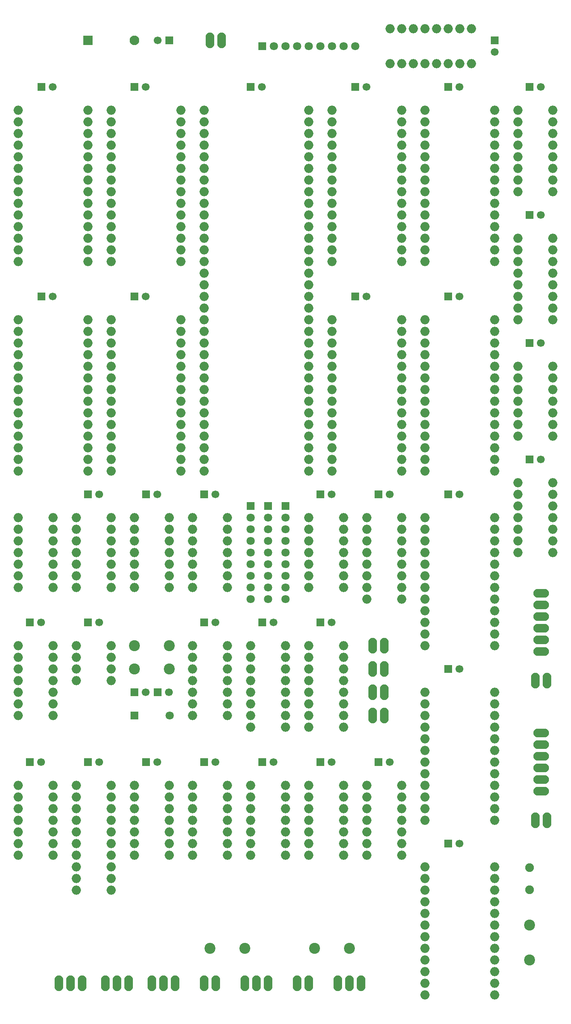
<source format=gbr>
G04 #@! TF.FileFunction,Soldermask,Top*
%FSLAX46Y46*%
G04 Gerber Fmt 4.6, Leading zero omitted, Abs format (unit mm)*
G04 Created by KiCad (PCBNEW 4.0.2+dfsg1-stable) date Fri 10 Feb 2017 07:07:25 PM EST*
%MOMM*%
G01*
G04 APERTURE LIST*
%ADD10C,0.100000*%
%ADD11R,1.700000X1.700000*%
%ADD12C,1.700000*%
%ADD13R,1.800000X1.800000*%
%ADD14C,1.800000*%
%ADD15O,1.906220X3.414980*%
%ADD16C,2.099260*%
%ADD17R,2.099260X2.099260*%
%ADD18O,3.414980X1.906220*%
%ADD19C,2.398980*%
%ADD20R,1.797000X1.797000*%
%ADD21C,1.797000*%
%ADD22O,2.000000X2.000000*%
%ADD23C,1.901140*%
G04 APERTURE END LIST*
D10*
D11*
X53340000Y-165100000D03*
D12*
X55840000Y-165100000D03*
D11*
X58420000Y-165100000D03*
D12*
X60920000Y-165100000D03*
D13*
X53340000Y-170180000D03*
D14*
X61090000Y-170180000D03*
D11*
X60960000Y-22860000D03*
D12*
X58460000Y-22860000D03*
D11*
X33020000Y-33020000D03*
D12*
X35520000Y-33020000D03*
D11*
X53340000Y-33020000D03*
D12*
X55840000Y-33020000D03*
D11*
X78740000Y-33020000D03*
D12*
X81240000Y-33020000D03*
D11*
X101600000Y-33020000D03*
D12*
X104100000Y-33020000D03*
D11*
X121920000Y-33020000D03*
D12*
X124420000Y-33020000D03*
D11*
X132080000Y-22860000D03*
D12*
X132080000Y-25360000D03*
D11*
X33020000Y-78740000D03*
D12*
X35520000Y-78740000D03*
D11*
X53340000Y-78740000D03*
D12*
X55840000Y-78740000D03*
D11*
X101600000Y-78740000D03*
D12*
X104100000Y-78740000D03*
D11*
X121920000Y-78740000D03*
D12*
X124420000Y-78740000D03*
D11*
X121920000Y-121920000D03*
D12*
X124420000Y-121920000D03*
D11*
X139700000Y-33020000D03*
D12*
X142200000Y-33020000D03*
D11*
X139700000Y-60960000D03*
D12*
X142200000Y-60960000D03*
D11*
X43180000Y-121920000D03*
D12*
X45680000Y-121920000D03*
D11*
X55880000Y-121920000D03*
D12*
X58380000Y-121920000D03*
D11*
X68580000Y-121920000D03*
D12*
X71080000Y-121920000D03*
D11*
X139700000Y-88900000D03*
D12*
X142200000Y-88900000D03*
D11*
X139700000Y-114300000D03*
D12*
X142200000Y-114300000D03*
D11*
X93980000Y-121920000D03*
D12*
X96480000Y-121920000D03*
D11*
X106680000Y-121920000D03*
D12*
X109180000Y-121920000D03*
D11*
X30480000Y-149860000D03*
D12*
X32980000Y-149860000D03*
D11*
X43180000Y-149860000D03*
D12*
X45680000Y-149860000D03*
D11*
X93980000Y-149860000D03*
D12*
X96480000Y-149860000D03*
D11*
X68580000Y-149860000D03*
D12*
X71080000Y-149860000D03*
D11*
X81280000Y-149860000D03*
D12*
X83780000Y-149860000D03*
D11*
X121920000Y-160020000D03*
D12*
X124420000Y-160020000D03*
D11*
X30480000Y-180340000D03*
D12*
X32980000Y-180340000D03*
D11*
X43180000Y-180340000D03*
D12*
X45680000Y-180340000D03*
D11*
X55880000Y-180340000D03*
D12*
X58380000Y-180340000D03*
D11*
X68580000Y-180340000D03*
D12*
X71080000Y-180340000D03*
D11*
X81280000Y-180340000D03*
D12*
X83780000Y-180340000D03*
D11*
X93980000Y-180340000D03*
D12*
X96480000Y-180340000D03*
D11*
X106680000Y-180340000D03*
D12*
X109180000Y-180340000D03*
D11*
X121920000Y-198120000D03*
D12*
X124420000Y-198120000D03*
D15*
X68580000Y-228600000D03*
X71120000Y-228600000D03*
X88900000Y-228600000D03*
X91440000Y-228600000D03*
D16*
X53340520Y-22857460D03*
D17*
X43180520Y-22857460D03*
D18*
X142240000Y-143510000D03*
X142240000Y-146050000D03*
X142240000Y-148590000D03*
X142240000Y-151130000D03*
X142240000Y-153670000D03*
X142240000Y-156210000D03*
X142240000Y-173990000D03*
X142240000Y-176530000D03*
X142240000Y-179070000D03*
X142240000Y-181610000D03*
X142240000Y-184150000D03*
X142240000Y-186690000D03*
D15*
X69850000Y-22860000D03*
X72390000Y-22860000D03*
D19*
X60960000Y-154940000D03*
X53340000Y-154940000D03*
X53340000Y-160020000D03*
X60960000Y-160020000D03*
X69850000Y-220980000D03*
X77470000Y-220980000D03*
X139700000Y-223520000D03*
X139700000Y-215900000D03*
X92710000Y-220980000D03*
X100330000Y-220980000D03*
D20*
X81280000Y-24130000D03*
D21*
X83820000Y-24130000D03*
X86360000Y-24130000D03*
X88900000Y-24130000D03*
X91440000Y-24130000D03*
X93980000Y-24130000D03*
X96520000Y-24130000D03*
X99060000Y-24130000D03*
X101600000Y-24130000D03*
D20*
X86360000Y-124460000D03*
D21*
X86360000Y-127000000D03*
X86360000Y-129540000D03*
X86360000Y-132080000D03*
X86360000Y-134620000D03*
X86360000Y-137160000D03*
X86360000Y-139700000D03*
X86360000Y-142240000D03*
X86360000Y-144780000D03*
D20*
X82550000Y-124460000D03*
D21*
X82550000Y-127000000D03*
X82550000Y-129540000D03*
X82550000Y-132080000D03*
X82550000Y-134620000D03*
X82550000Y-137160000D03*
X82550000Y-139700000D03*
X82550000Y-142240000D03*
X82550000Y-144780000D03*
D20*
X78740000Y-124460000D03*
D21*
X78740000Y-127000000D03*
X78740000Y-129540000D03*
X78740000Y-132080000D03*
X78740000Y-134620000D03*
X78740000Y-137160000D03*
X78740000Y-139700000D03*
X78740000Y-142240000D03*
X78740000Y-144780000D03*
D15*
X57150000Y-228600000D03*
X59690000Y-228600000D03*
X62230000Y-228600000D03*
X46990000Y-228600000D03*
X49530000Y-228600000D03*
X52070000Y-228600000D03*
X36830000Y-228600000D03*
X39370000Y-228600000D03*
X41910000Y-228600000D03*
X97790000Y-228600000D03*
X100330000Y-228600000D03*
X102870000Y-228600000D03*
X77470000Y-228600000D03*
X80010000Y-228600000D03*
X82550000Y-228600000D03*
D22*
X40640000Y-154940000D03*
X40640000Y-157480000D03*
X40640000Y-160020000D03*
X40640000Y-162560000D03*
X48260000Y-162560000D03*
X48260000Y-160020000D03*
X48260000Y-157480000D03*
X48260000Y-154940000D03*
X27940000Y-127000000D03*
X27940000Y-129540000D03*
X27940000Y-132080000D03*
X27940000Y-134620000D03*
X27940000Y-137160000D03*
X27940000Y-139700000D03*
X27940000Y-142240000D03*
X35560000Y-142240000D03*
X35560000Y-139700000D03*
X35560000Y-137160000D03*
X35560000Y-134620000D03*
X35560000Y-132080000D03*
X35560000Y-129540000D03*
X35560000Y-127000000D03*
X40640000Y-127000000D03*
X40640000Y-129540000D03*
X40640000Y-132080000D03*
X40640000Y-134620000D03*
X40640000Y-137160000D03*
X40640000Y-139700000D03*
X40640000Y-142240000D03*
X48260000Y-142240000D03*
X48260000Y-139700000D03*
X48260000Y-137160000D03*
X48260000Y-134620000D03*
X48260000Y-132080000D03*
X48260000Y-129540000D03*
X48260000Y-127000000D03*
X27940000Y-185420000D03*
X27940000Y-187960000D03*
X27940000Y-190500000D03*
X27940000Y-193040000D03*
X27940000Y-195580000D03*
X27940000Y-198120000D03*
X27940000Y-200660000D03*
X35560000Y-200660000D03*
X35560000Y-198120000D03*
X35560000Y-195580000D03*
X35560000Y-193040000D03*
X35560000Y-190500000D03*
X35560000Y-187960000D03*
X35560000Y-185420000D03*
X27940000Y-154940000D03*
X27940000Y-157480000D03*
X27940000Y-160020000D03*
X27940000Y-162560000D03*
X27940000Y-165100000D03*
X27940000Y-167640000D03*
X27940000Y-170180000D03*
X35560000Y-170180000D03*
X35560000Y-167640000D03*
X35560000Y-165100000D03*
X35560000Y-162560000D03*
X35560000Y-160020000D03*
X35560000Y-157480000D03*
X35560000Y-154940000D03*
X53340000Y-127000000D03*
X53340000Y-129540000D03*
X53340000Y-132080000D03*
X53340000Y-134620000D03*
X53340000Y-137160000D03*
X53340000Y-139700000D03*
X53340000Y-142240000D03*
X60960000Y-142240000D03*
X60960000Y-139700000D03*
X60960000Y-137160000D03*
X60960000Y-134620000D03*
X60960000Y-132080000D03*
X60960000Y-129540000D03*
X60960000Y-127000000D03*
X66040000Y-154940000D03*
X66040000Y-157480000D03*
X66040000Y-160020000D03*
X66040000Y-162560000D03*
X66040000Y-165100000D03*
X66040000Y-167640000D03*
X66040000Y-170180000D03*
X73660000Y-170180000D03*
X73660000Y-167640000D03*
X73660000Y-165100000D03*
X73660000Y-162560000D03*
X73660000Y-160020000D03*
X73660000Y-157480000D03*
X73660000Y-154940000D03*
X53340000Y-185420000D03*
X53340000Y-187960000D03*
X53340000Y-190500000D03*
X53340000Y-193040000D03*
X53340000Y-195580000D03*
X53340000Y-198120000D03*
X53340000Y-200660000D03*
X60960000Y-200660000D03*
X60960000Y-198120000D03*
X60960000Y-195580000D03*
X60960000Y-193040000D03*
X60960000Y-190500000D03*
X60960000Y-187960000D03*
X60960000Y-185420000D03*
X66040000Y-185420000D03*
X66040000Y-187960000D03*
X66040000Y-190500000D03*
X66040000Y-193040000D03*
X66040000Y-195580000D03*
X66040000Y-198120000D03*
X66040000Y-200660000D03*
X73660000Y-200660000D03*
X73660000Y-198120000D03*
X73660000Y-195580000D03*
X73660000Y-193040000D03*
X73660000Y-190500000D03*
X73660000Y-187960000D03*
X73660000Y-185420000D03*
X78740000Y-185420000D03*
X78740000Y-187960000D03*
X78740000Y-190500000D03*
X78740000Y-193040000D03*
X78740000Y-195580000D03*
X78740000Y-198120000D03*
X78740000Y-200660000D03*
X86360000Y-200660000D03*
X86360000Y-198120000D03*
X86360000Y-195580000D03*
X86360000Y-193040000D03*
X86360000Y-190500000D03*
X86360000Y-187960000D03*
X86360000Y-185420000D03*
X91440000Y-185420000D03*
X91440000Y-187960000D03*
X91440000Y-190500000D03*
X91440000Y-193040000D03*
X91440000Y-195580000D03*
X91440000Y-198120000D03*
X91440000Y-200660000D03*
X99060000Y-200660000D03*
X99060000Y-198120000D03*
X99060000Y-195580000D03*
X99060000Y-193040000D03*
X99060000Y-190500000D03*
X99060000Y-187960000D03*
X99060000Y-185420000D03*
X104140000Y-127000000D03*
X104140000Y-129540000D03*
X104140000Y-132080000D03*
X104140000Y-134620000D03*
X104140000Y-137160000D03*
X104140000Y-139700000D03*
X104140000Y-142240000D03*
X104140000Y-144780000D03*
X111760000Y-144780000D03*
X111760000Y-142240000D03*
X111760000Y-139700000D03*
X111760000Y-137160000D03*
X111760000Y-134620000D03*
X111760000Y-132080000D03*
X111760000Y-129540000D03*
X111760000Y-127000000D03*
X91440000Y-154940000D03*
X91440000Y-157480000D03*
X91440000Y-160020000D03*
X91440000Y-162560000D03*
X91440000Y-165100000D03*
X91440000Y-167640000D03*
X91440000Y-170180000D03*
X91440000Y-172720000D03*
X99060000Y-172720000D03*
X99060000Y-170180000D03*
X99060000Y-167640000D03*
X99060000Y-165100000D03*
X99060000Y-162560000D03*
X99060000Y-160020000D03*
X99060000Y-157480000D03*
X99060000Y-154940000D03*
X104140000Y-185420000D03*
X104140000Y-187960000D03*
X104140000Y-190500000D03*
X104140000Y-193040000D03*
X104140000Y-195580000D03*
X104140000Y-198120000D03*
X104140000Y-200660000D03*
X111760000Y-200660000D03*
X111760000Y-198120000D03*
X111760000Y-195580000D03*
X111760000Y-193040000D03*
X111760000Y-190500000D03*
X111760000Y-187960000D03*
X111760000Y-185420000D03*
X91440000Y-127000000D03*
X91440000Y-129540000D03*
X91440000Y-132080000D03*
X91440000Y-134620000D03*
X91440000Y-137160000D03*
X91440000Y-139700000D03*
X91440000Y-142240000D03*
X99060000Y-142240000D03*
X99060000Y-139700000D03*
X99060000Y-137160000D03*
X99060000Y-134620000D03*
X99060000Y-132080000D03*
X99060000Y-129540000D03*
X99060000Y-127000000D03*
X66040000Y-127000000D03*
X66040000Y-129540000D03*
X66040000Y-132080000D03*
X66040000Y-134620000D03*
X66040000Y-137160000D03*
X66040000Y-139700000D03*
X66040000Y-142240000D03*
X73660000Y-142240000D03*
X73660000Y-139700000D03*
X73660000Y-137160000D03*
X73660000Y-134620000D03*
X73660000Y-132080000D03*
X73660000Y-129540000D03*
X73660000Y-127000000D03*
X78740000Y-154940000D03*
X78740000Y-157480000D03*
X78740000Y-160020000D03*
X78740000Y-162560000D03*
X78740000Y-165100000D03*
X78740000Y-167640000D03*
X78740000Y-170180000D03*
X78740000Y-172720000D03*
X86360000Y-172720000D03*
X86360000Y-170180000D03*
X86360000Y-167640000D03*
X86360000Y-165100000D03*
X86360000Y-162560000D03*
X86360000Y-160020000D03*
X86360000Y-157480000D03*
X86360000Y-154940000D03*
X40640000Y-185420000D03*
X40640000Y-187960000D03*
X40640000Y-190500000D03*
X40640000Y-193040000D03*
X40640000Y-195580000D03*
X40640000Y-198120000D03*
X40640000Y-200660000D03*
X40640000Y-203200000D03*
X40640000Y-205740000D03*
X40640000Y-208280000D03*
X48260000Y-208280000D03*
X48260000Y-205740000D03*
X48260000Y-203200000D03*
X48260000Y-200660000D03*
X48260000Y-198120000D03*
X48260000Y-195580000D03*
X48260000Y-193040000D03*
X48260000Y-190500000D03*
X48260000Y-187960000D03*
X48260000Y-185420000D03*
X127000000Y-20320000D03*
X124460000Y-20320000D03*
X121920000Y-20320000D03*
X119380000Y-20320000D03*
X116840000Y-20320000D03*
X114300000Y-20320000D03*
X111760000Y-20320000D03*
X109220000Y-20320000D03*
X109220000Y-27940000D03*
X111760000Y-27940000D03*
X114300000Y-27940000D03*
X116840000Y-27940000D03*
X119380000Y-27940000D03*
X121920000Y-27940000D03*
X124460000Y-27940000D03*
X127000000Y-27940000D03*
X137160000Y-38100000D03*
X137160000Y-40640000D03*
X137160000Y-43180000D03*
X137160000Y-45720000D03*
X137160000Y-48260000D03*
X137160000Y-50800000D03*
X137160000Y-53340000D03*
X137160000Y-55880000D03*
X144780000Y-55880000D03*
X144780000Y-53340000D03*
X144780000Y-50800000D03*
X144780000Y-48260000D03*
X144780000Y-45720000D03*
X144780000Y-43180000D03*
X144780000Y-40640000D03*
X144780000Y-38100000D03*
X137160000Y-66040000D03*
X137160000Y-68580000D03*
X137160000Y-71120000D03*
X137160000Y-73660000D03*
X137160000Y-76200000D03*
X137160000Y-78740000D03*
X137160000Y-81280000D03*
X137160000Y-83820000D03*
X144780000Y-83820000D03*
X144780000Y-81280000D03*
X144780000Y-78740000D03*
X144780000Y-76200000D03*
X144780000Y-73660000D03*
X144780000Y-71120000D03*
X144780000Y-68580000D03*
X144780000Y-66040000D03*
X137160000Y-119380000D03*
X137160000Y-121920000D03*
X137160000Y-124460000D03*
X137160000Y-127000000D03*
X137160000Y-129540000D03*
X137160000Y-132080000D03*
X137160000Y-134620000D03*
X144780000Y-134620000D03*
X144780000Y-132080000D03*
X144780000Y-129540000D03*
X144780000Y-127000000D03*
X144780000Y-124460000D03*
X144780000Y-121920000D03*
X144780000Y-119380000D03*
X137160000Y-93980000D03*
X137160000Y-96520000D03*
X137160000Y-99060000D03*
X137160000Y-101600000D03*
X137160000Y-104140000D03*
X137160000Y-106680000D03*
X137160000Y-109220000D03*
X144780000Y-109220000D03*
X144780000Y-106680000D03*
X144780000Y-104140000D03*
X144780000Y-101600000D03*
X144780000Y-99060000D03*
X144780000Y-96520000D03*
X144780000Y-93980000D03*
D23*
X139700000Y-208180940D03*
X139700000Y-203299060D03*
D22*
X116840000Y-203200000D03*
X116840000Y-205740000D03*
X116840000Y-208280000D03*
X116840000Y-210820000D03*
X116840000Y-213360000D03*
X116840000Y-215900000D03*
X116840000Y-218440000D03*
X116840000Y-220980000D03*
X116840000Y-223520000D03*
X116840000Y-226060000D03*
X116840000Y-228600000D03*
X116840000Y-231140000D03*
X132080000Y-231140000D03*
X132080000Y-228600000D03*
X132080000Y-226060000D03*
X132080000Y-223520000D03*
X132080000Y-220980000D03*
X132080000Y-218440000D03*
X132080000Y-215900000D03*
X132080000Y-213360000D03*
X132080000Y-210820000D03*
X132080000Y-208280000D03*
X132080000Y-205740000D03*
X132080000Y-203200000D03*
X116840000Y-165100000D03*
X116840000Y-167640000D03*
X116840000Y-170180000D03*
X116840000Y-172720000D03*
X116840000Y-175260000D03*
X116840000Y-177800000D03*
X116840000Y-180340000D03*
X116840000Y-182880000D03*
X116840000Y-185420000D03*
X116840000Y-187960000D03*
X116840000Y-190500000D03*
X116840000Y-193040000D03*
X132080000Y-193040000D03*
X132080000Y-190500000D03*
X132080000Y-187960000D03*
X132080000Y-185420000D03*
X132080000Y-182880000D03*
X132080000Y-180340000D03*
X132080000Y-177800000D03*
X132080000Y-175260000D03*
X132080000Y-172720000D03*
X132080000Y-170180000D03*
X132080000Y-167640000D03*
X132080000Y-165100000D03*
X68580000Y-38100000D03*
X68580000Y-40640000D03*
X68580000Y-43180000D03*
X68580000Y-45720000D03*
X68580000Y-48260000D03*
X68580000Y-50800000D03*
X68580000Y-53340000D03*
X68580000Y-55880000D03*
X68580000Y-58420000D03*
X68580000Y-60960000D03*
X68580000Y-63500000D03*
X68580000Y-66040000D03*
X68580000Y-68580000D03*
X68580000Y-71120000D03*
X68580000Y-73660000D03*
X68580000Y-76200000D03*
X68580000Y-78740000D03*
X68580000Y-81280000D03*
X68580000Y-83820000D03*
X68580000Y-86360000D03*
X68580000Y-88900000D03*
X68580000Y-91440000D03*
X68580000Y-93980000D03*
X68580000Y-96520000D03*
X68580000Y-99060000D03*
X68580000Y-101600000D03*
X68580000Y-104140000D03*
X68580000Y-106680000D03*
X68580000Y-109220000D03*
X68580000Y-111760000D03*
X68580000Y-114300000D03*
X68580000Y-116840000D03*
X91440000Y-116840000D03*
X91440000Y-114300000D03*
X91440000Y-111760000D03*
X91440000Y-109220000D03*
X91440000Y-106680000D03*
X91440000Y-104140000D03*
X91440000Y-101600000D03*
X91440000Y-99060000D03*
X91440000Y-96520000D03*
X91440000Y-93980000D03*
X91440000Y-91440000D03*
X91440000Y-88900000D03*
X91440000Y-86360000D03*
X91440000Y-83820000D03*
X91440000Y-81280000D03*
X91440000Y-78740000D03*
X91440000Y-76200000D03*
X91440000Y-73660000D03*
X91440000Y-71120000D03*
X91440000Y-68580000D03*
X91440000Y-66040000D03*
X91440000Y-63500000D03*
X91440000Y-60960000D03*
X91440000Y-58420000D03*
X91440000Y-55880000D03*
X91440000Y-53340000D03*
X91440000Y-50800000D03*
X91440000Y-48260000D03*
X91440000Y-45720000D03*
X91440000Y-43180000D03*
X91440000Y-40640000D03*
X91440000Y-38100000D03*
X27940000Y-38100000D03*
X27940000Y-40640000D03*
X27940000Y-43180000D03*
X27940000Y-45720000D03*
X27940000Y-48260000D03*
X27940000Y-50800000D03*
X27940000Y-53340000D03*
X27940000Y-55880000D03*
X27940000Y-58420000D03*
X27940000Y-60960000D03*
X27940000Y-63500000D03*
X27940000Y-66040000D03*
X27940000Y-68580000D03*
X27940000Y-71120000D03*
X43180000Y-71120000D03*
X43180000Y-68580000D03*
X43180000Y-66040000D03*
X43180000Y-63500000D03*
X43180000Y-60960000D03*
X43180000Y-58420000D03*
X43180000Y-55880000D03*
X43180000Y-53340000D03*
X43180000Y-50800000D03*
X43180000Y-48260000D03*
X43180000Y-45720000D03*
X43180000Y-43180000D03*
X43180000Y-40640000D03*
X43180000Y-38100000D03*
X27940000Y-83820000D03*
X27940000Y-86360000D03*
X27940000Y-88900000D03*
X27940000Y-91440000D03*
X27940000Y-93980000D03*
X27940000Y-96520000D03*
X27940000Y-99060000D03*
X27940000Y-101600000D03*
X27940000Y-104140000D03*
X27940000Y-106680000D03*
X27940000Y-109220000D03*
X27940000Y-111760000D03*
X27940000Y-114300000D03*
X27940000Y-116840000D03*
X43180000Y-116840000D03*
X43180000Y-114300000D03*
X43180000Y-111760000D03*
X43180000Y-109220000D03*
X43180000Y-106680000D03*
X43180000Y-104140000D03*
X43180000Y-101600000D03*
X43180000Y-99060000D03*
X43180000Y-96520000D03*
X43180000Y-93980000D03*
X43180000Y-91440000D03*
X43180000Y-88900000D03*
X43180000Y-86360000D03*
X43180000Y-83820000D03*
X48260000Y-38100000D03*
X48260000Y-40640000D03*
X48260000Y-43180000D03*
X48260000Y-45720000D03*
X48260000Y-48260000D03*
X48260000Y-50800000D03*
X48260000Y-53340000D03*
X48260000Y-55880000D03*
X48260000Y-58420000D03*
X48260000Y-60960000D03*
X48260000Y-63500000D03*
X48260000Y-66040000D03*
X48260000Y-68580000D03*
X48260000Y-71120000D03*
X63500000Y-71120000D03*
X63500000Y-68580000D03*
X63500000Y-66040000D03*
X63500000Y-63500000D03*
X63500000Y-60960000D03*
X63500000Y-58420000D03*
X63500000Y-55880000D03*
X63500000Y-53340000D03*
X63500000Y-50800000D03*
X63500000Y-48260000D03*
X63500000Y-45720000D03*
X63500000Y-43180000D03*
X63500000Y-40640000D03*
X63500000Y-38100000D03*
X48260000Y-83820000D03*
X48260000Y-86360000D03*
X48260000Y-88900000D03*
X48260000Y-91440000D03*
X48260000Y-93980000D03*
X48260000Y-96520000D03*
X48260000Y-99060000D03*
X48260000Y-101600000D03*
X48260000Y-104140000D03*
X48260000Y-106680000D03*
X48260000Y-109220000D03*
X48260000Y-111760000D03*
X48260000Y-114300000D03*
X48260000Y-116840000D03*
X63500000Y-116840000D03*
X63500000Y-114300000D03*
X63500000Y-111760000D03*
X63500000Y-109220000D03*
X63500000Y-106680000D03*
X63500000Y-104140000D03*
X63500000Y-101600000D03*
X63500000Y-99060000D03*
X63500000Y-96520000D03*
X63500000Y-93980000D03*
X63500000Y-91440000D03*
X63500000Y-88900000D03*
X63500000Y-86360000D03*
X63500000Y-83820000D03*
X96520000Y-38100000D03*
X96520000Y-40640000D03*
X96520000Y-43180000D03*
X96520000Y-45720000D03*
X96520000Y-48260000D03*
X96520000Y-50800000D03*
X96520000Y-53340000D03*
X96520000Y-55880000D03*
X96520000Y-58420000D03*
X96520000Y-60960000D03*
X96520000Y-63500000D03*
X96520000Y-66040000D03*
X96520000Y-68580000D03*
X96520000Y-71120000D03*
X111760000Y-71120000D03*
X111760000Y-68580000D03*
X111760000Y-66040000D03*
X111760000Y-63500000D03*
X111760000Y-60960000D03*
X111760000Y-58420000D03*
X111760000Y-55880000D03*
X111760000Y-53340000D03*
X111760000Y-50800000D03*
X111760000Y-48260000D03*
X111760000Y-45720000D03*
X111760000Y-43180000D03*
X111760000Y-40640000D03*
X111760000Y-38100000D03*
X96520000Y-83820000D03*
X96520000Y-86360000D03*
X96520000Y-88900000D03*
X96520000Y-91440000D03*
X96520000Y-93980000D03*
X96520000Y-96520000D03*
X96520000Y-99060000D03*
X96520000Y-101600000D03*
X96520000Y-104140000D03*
X96520000Y-106680000D03*
X96520000Y-109220000D03*
X96520000Y-111760000D03*
X96520000Y-114300000D03*
X96520000Y-116840000D03*
X111760000Y-116840000D03*
X111760000Y-114300000D03*
X111760000Y-111760000D03*
X111760000Y-109220000D03*
X111760000Y-106680000D03*
X111760000Y-104140000D03*
X111760000Y-101600000D03*
X111760000Y-99060000D03*
X111760000Y-96520000D03*
X111760000Y-93980000D03*
X111760000Y-91440000D03*
X111760000Y-88900000D03*
X111760000Y-86360000D03*
X111760000Y-83820000D03*
X116840000Y-38100000D03*
X116840000Y-40640000D03*
X116840000Y-43180000D03*
X116840000Y-45720000D03*
X116840000Y-48260000D03*
X116840000Y-50800000D03*
X116840000Y-53340000D03*
X116840000Y-55880000D03*
X116840000Y-58420000D03*
X116840000Y-60960000D03*
X116840000Y-63500000D03*
X116840000Y-66040000D03*
X116840000Y-68580000D03*
X116840000Y-71120000D03*
X132080000Y-71120000D03*
X132080000Y-68580000D03*
X132080000Y-66040000D03*
X132080000Y-63500000D03*
X132080000Y-60960000D03*
X132080000Y-58420000D03*
X132080000Y-55880000D03*
X132080000Y-53340000D03*
X132080000Y-50800000D03*
X132080000Y-48260000D03*
X132080000Y-45720000D03*
X132080000Y-43180000D03*
X132080000Y-40640000D03*
X132080000Y-38100000D03*
X116840000Y-83820000D03*
X116840000Y-86360000D03*
X116840000Y-88900000D03*
X116840000Y-91440000D03*
X116840000Y-93980000D03*
X116840000Y-96520000D03*
X116840000Y-99060000D03*
X116840000Y-101600000D03*
X116840000Y-104140000D03*
X116840000Y-106680000D03*
X116840000Y-109220000D03*
X116840000Y-111760000D03*
X116840000Y-114300000D03*
X116840000Y-116840000D03*
X132080000Y-116840000D03*
X132080000Y-114300000D03*
X132080000Y-111760000D03*
X132080000Y-109220000D03*
X132080000Y-106680000D03*
X132080000Y-104140000D03*
X132080000Y-101600000D03*
X132080000Y-99060000D03*
X132080000Y-96520000D03*
X132080000Y-93980000D03*
X132080000Y-91440000D03*
X132080000Y-88900000D03*
X132080000Y-86360000D03*
X132080000Y-83820000D03*
X116840000Y-127000000D03*
X116840000Y-129540000D03*
X116840000Y-132080000D03*
X116840000Y-134620000D03*
X116840000Y-137160000D03*
X116840000Y-139700000D03*
X116840000Y-142240000D03*
X116840000Y-144780000D03*
X116840000Y-147320000D03*
X116840000Y-149860000D03*
X116840000Y-152400000D03*
X116840000Y-154940000D03*
X132080000Y-154940000D03*
X132080000Y-152400000D03*
X132080000Y-149860000D03*
X132080000Y-147320000D03*
X132080000Y-144780000D03*
X132080000Y-142240000D03*
X132080000Y-139700000D03*
X132080000Y-137160000D03*
X132080000Y-134620000D03*
X132080000Y-132080000D03*
X132080000Y-129540000D03*
X132080000Y-127000000D03*
D15*
X107950000Y-154940000D03*
X105410000Y-154940000D03*
X105410000Y-160020000D03*
X107950000Y-160020000D03*
X107950000Y-165100000D03*
X105410000Y-165100000D03*
X105410000Y-170180000D03*
X107950000Y-170180000D03*
X140970000Y-162560000D03*
X143510000Y-162560000D03*
X140970000Y-193040000D03*
X143510000Y-193040000D03*
M02*

</source>
